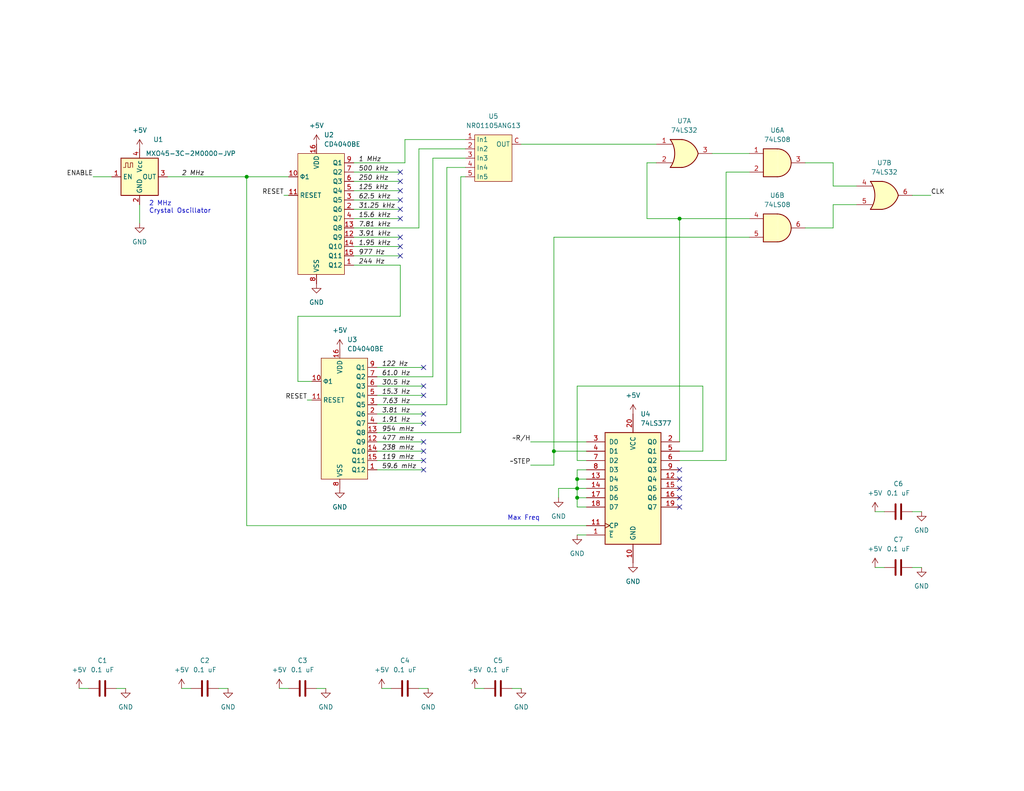
<source format=kicad_sch>
(kicad_sch (version 20211123) (generator eeschema)
  (paper "USLetter")
  (title_block (title "i281 Clock") (date "2023-11-5") (rev "A") (company "sdmay24-14"))
  (lib_symbols
    (symbol "74xx:74LS08" (pin_names (offset 1.016))
      (property "Reference" "U" (at 0 1.27 0))
      (property "Value" "74LS08" (at 0 -1.27 0))
      (symbol "74LS08_1_1"
        (arc (start 0 -3.81) (mid 3.81 0) (end 0 3.81) (stroke (width 0.254)) (fill (type background)))
        (polyline (pts (xy 0 3.81) (xy -3.81 3.81) (xy -3.81 -3.81) (xy 0 -3.81)) (stroke (width 0.254)) (fill (type background)))
        (pin input line (at -7.62 2.54 0) (length 3.81) (name "~") (number "1"))
        (pin input line (at -7.62 -2.54 0) (length 3.81) (name "~") (number "2"))
        (pin output line (at 7.62 0 180) (length 3.81) (name "~") (number "3"))
      )
      (symbol "74LS08_1_2"
        (arc (start -3.81 -3.81) (mid -2.589 0) (end -3.81 3.81) (stroke (width 0.254)))
        (arc (start -0.6096 -3.81) (mid 2.1842 -2.5851) (end 3.81 0) (stroke (width 0.254)) (fill (type background)))
        (polyline (pts (xy -3.81 -3.81) (xy -0.635 -3.81)) (stroke (width 0.254)) (fill (type background)))
        (polyline (pts (xy -3.81 3.81) (xy -0.635 3.81)) (stroke (width 0.254)) (fill (type background)))
        (polyline (pts (xy -0.635 3.81) (xy -3.81 3.81) (xy -3.81 3.81) (xy -3.556 3.4036) (xy -3.0226 2.2606) (xy -2.6924 1.0414) (xy -2.6162 -0.254) (xy -2.7686 -1.4986) (xy -3.175 -2.7178) (xy -3.81 -3.81) (xy -3.81 -3.81) (xy -0.635 -3.81)) (stroke (width -25.4)) (fill (type background)))
        (arc (start 3.81 0) (mid 2.1915 2.5936) (end -0.6096 3.81) (stroke (width 0.254)) (fill (type background)))
        (pin input inverted (at -7.62 2.54 0) (length 4.318) (name "~") (number "1"))
        (pin input inverted (at -7.62 -2.54 0) (length 4.318) (name "~") (number "2"))
        (pin output inverted (at 7.62 0 180) (length 3.81) (name "~") (number "3"))
      )
      (symbol "74LS08_2_1"
        (arc (start 0 -3.81) (mid 3.81 0) (end 0 3.81) (stroke (width 0.254)) (fill (type background)))
        (polyline (pts (xy 0 3.81) (xy -3.81 3.81) (xy -3.81 -3.81) (xy 0 -3.81)) (stroke (width 0.254)) (fill (type background)))
        (pin input line (at -7.62 2.54 0) (length 3.81) (name "~") (number "4"))
        (pin input line (at -7.62 -2.54 0) (length 3.81) (name "~") (number "5"))
        (pin output line (at 7.62 0 180) (length 3.81) (name "~") (number "6"))
      )
      (symbol "74LS08_2_2"
        (arc (start -3.81 -3.81) (mid -2.589 0) (end -3.81 3.81) (stroke (width 0.254)))
        (arc (start -0.6096 -3.81) (mid 2.1842 -2.5851) (end 3.81 0) (stroke (width 0.254)) (fill (type background)))
        (polyline (pts (xy -3.81 -3.81) (xy -0.635 -3.81)) (stroke (width 0.254)) (fill (type background)))
        (polyline (pts (xy -3.81 3.81) (xy -0.635 3.81)) (stroke (width 0.254)) (fill (type background)))
        (polyline (pts (xy -0.635 3.81) (xy -3.81 3.81) (xy -3.81 3.81) (xy -3.556 3.4036) (xy -3.0226 2.2606) (xy -2.6924 1.0414) (xy -2.6162 -0.254) (xy -2.7686 -1.4986) (xy -3.175 -2.7178) (xy -3.81 -3.81) (xy -3.81 -3.81) (xy -0.635 -3.81)) (stroke (width -25.4)) (fill (type background)))
        (arc (start 3.81 0) (mid 2.1915 2.5936) (end -0.6096 3.81) (stroke (width 0.254)) (fill (type background)))
        (pin input inverted (at -7.62 2.54 0) (length 4.318) (name "~") (number "4"))
        (pin input inverted (at -7.62 -2.54 0) (length 4.318) (name "~") (number "5"))
        (pin output inverted (at 7.62 0 180) (length 3.81) (name "~") (number "6"))
      )
      (symbol "74LS08_3_1"
        (arc (start 0 -3.81) (mid 3.81 0) (end 0 3.81) (stroke (width 0.254)) (fill (type background)))
        (polyline (pts (xy 0 3.81) (xy -3.81 3.81) (xy -3.81 -3.81) (xy 0 -3.81)) (stroke (width 0.254)) (fill (type background)))
        (pin input line (at -7.62 -2.54 0) (length 3.81) (name "~") (number "10"))
        (pin output line (at 7.62 0 180) (length 3.81) (name "~") (number "8"))
        (pin input line (at -7.62 2.54 0) (length 3.81) (name "~") (number "9"))
      )
      (symbol "74LS08_3_2"
        (arc (start -3.81 -3.81) (mid -2.589 0) (end -3.81 3.81) (stroke (width 0.254)))
        (arc (start -0.6096 -3.81) (mid 2.1842 -2.5851) (end 3.81 0) (stroke (width 0.254)) (fill (type background)))
        (polyline (pts (xy -3.81 -3.81) (xy -0.635 -3.81)) (stroke (width 0.254)) (fill (type background)))
        (polyline (pts (xy -3.81 3.81) (xy -0.635 3.81)) (stroke (width 0.254)) (fill (type background)))
        (polyline (pts (xy -0.635 3.81) (xy -3.81 3.81) (xy -3.81 3.81) (xy -3.556 3.4036) (xy -3.0226 2.2606) (xy -2.6924 1.0414) (xy -2.6162 -0.254) (xy -2.7686 -1.4986) (xy -3.175 -2.7178) (xy -3.81 -3.81) (xy -3.81 -3.81) (xy -0.635 -3.81)) (stroke (width -25.4)) (fill (type background)))
        (arc (start 3.81 0) (mid 2.1915 2.5936) (end -0.6096 3.81) (stroke (width 0.254)) (fill (type background)))
        (pin input inverted (at -7.62 -2.54 0) (length 4.318) (name "~") (number "10"))
        (pin output inverted (at 7.62 0 180) (length 3.81) (name "~") (number "8"))
        (pin input inverted (at -7.62 2.54 0) (length 4.318) (name "~") (number "9"))
      )
      (symbol "74LS08_4_1"
        (arc (start 0 -3.81) (mid 3.81 0) (end 0 3.81) (stroke (width 0.254)) (fill (type background)))
        (polyline (pts (xy 0 3.81) (xy -3.81 3.81) (xy -3.81 -3.81) (xy 0 -3.81)) (stroke (width 0.254)) (fill (type background)))
        (pin output line (at 7.62 0 180) (length 3.81) (name "~") (number "11"))
        (pin input line (at -7.62 2.54 0) (length 3.81) (name "~") (number "12"))
        (pin input line (at -7.62 -2.54 0) (length 3.81) (name "~") (number "13"))
      )
      (symbol "74LS08_4_2"
        (arc (start -3.81 -3.81) (mid -2.589 0) (end -3.81 3.81) (stroke (width 0.254)))
        (arc (start -0.6096 -3.81) (mid 2.1842 -2.5851) (end 3.81 0) (stroke (width 0.254)) (fill (type background)))
        (polyline (pts (xy -3.81 -3.81) (xy -0.635 -3.81)) (stroke (width 0.254)) (fill (type background)))
        (polyline (pts (xy -3.81 3.81) (xy -0.635 3.81)) (stroke (width 0.254)) (fill (type background)))
        (polyline (pts (xy -0.635 3.81) (xy -3.81 3.81) (xy -3.81 3.81) (xy -3.556 3.4036) (xy -3.0226 2.2606) (xy -2.6924 1.0414) (xy -2.6162 -0.254) (xy -2.7686 -1.4986) (xy -3.175 -2.7178) (xy -3.81 -3.81) (xy -3.81 -3.81) (xy -0.635 -3.81)) (stroke (width -25.4)) (fill (type background)))
        (arc (start 3.81 0) (mid 2.1915 2.5936) (end -0.6096 3.81) (stroke (width 0.254)) (fill (type background)))
        (pin output inverted (at 7.62 0 180) (length 3.81) (name "~") (number "11"))
        (pin input inverted (at -7.62 2.54 0) (length 4.318) (name "~") (number "12"))
        (pin input inverted (at -7.62 -2.54 0) (length 4.318) (name "~") (number "13"))
      )
      (symbol "74LS08_5_0"
        (pin power_in line (at 0 12.7 270) (length 5.08) (name "VCC") (number "14"))
        (pin power_in line (at 0 -12.7 90) (length 5.08) (name "GND") (number "7"))
      )
      (symbol "74LS08_5_1"
        (rectangle (start -5.08 7.62) (end 5.08 -7.62) (stroke (width 0.254)) (fill (type background)))
      )
    )
    (symbol "74xx:74LS32" (pin_names (offset 1.016))
      (property "Reference" "U" (at 0 1.27 0))
      (property "Value" "74LS32" (at 0 -1.27 0))
      (symbol "74LS32_1_1"
        (arc (start -3.81 -3.81) (mid -2.589 0) (end -3.81 3.81) (stroke (width 0.254)))
        (arc (start -0.6096 -3.81) (mid 2.1842 -2.5851) (end 3.81 0) (stroke (width 0.254)) (fill (type background)))
        (polyline (pts (xy -3.81 -3.81) (xy -0.635 -3.81)) (stroke (width 0.254)) (fill (type background)))
        (polyline (pts (xy -3.81 3.81) (xy -0.635 3.81)) (stroke (width 0.254)) (fill (type background)))
        (polyline (pts (xy -0.635 3.81) (xy -3.81 3.81) (xy -3.81 3.81) (xy -3.556 3.4036) (xy -3.0226 2.2606) (xy -2.6924 1.0414) (xy -2.6162 -0.254) (xy -2.7686 -1.4986) (xy -3.175 -2.7178) (xy -3.81 -3.81) (xy -3.81 -3.81) (xy -0.635 -3.81)) (stroke (width -25.4)) (fill (type background)))
        (arc (start 3.81 0) (mid 2.1915 2.5936) (end -0.6096 3.81) (stroke (width 0.254)) (fill (type background)))
        (pin input line (at -7.62 2.54 0) (length 4.318) (name "~") (number "1"))
        (pin input line (at -7.62 -2.54 0) (length 4.318) (name "~") (number "2"))
        (pin output line (at 7.62 0 180) (length 3.81) (name "~") (number "3"))
      )
      (symbol "74LS32_1_2"
        (arc (start 0 -3.81) (mid 3.81 0) (end 0 3.81) (stroke (width 0.254)) (fill (type background)))
        (polyline (pts (xy 0 3.81) (xy -3.81 3.81) (xy -3.81 -3.81) (xy 0 -3.81)) (stroke (width 0.254)) (fill (type background)))
        (pin input inverted (at -7.62 2.54 0) (length 3.81) (name "~") (number "1"))
        (pin input inverted (at -7.62 -2.54 0) (length 3.81) (name "~") (number "2"))
        (pin output inverted (at 7.62 0 180) (length 3.81) (name "~") (number "3"))
      )
      (symbol "74LS32_2_1"
        (arc (start -3.81 -3.81) (mid -2.589 0) (end -3.81 3.81) (stroke (width 0.254)))
        (arc (start -0.6096 -3.81) (mid 2.1842 -2.5851) (end 3.81 0) (stroke (width 0.254)) (fill (type background)))
        (polyline (pts (xy -3.81 -3.81) (xy -0.635 -3.81)) (stroke (width 0.254)) (fill (type background)))
        (polyline (pts (xy -3.81 3.81) (xy -0.635 3.81)) (stroke (width 0.254)) (fill (type background)))
        (polyline (pts (xy -0.635 3.81) (xy -3.81 3.81) (xy -3.81 3.81) (xy -3.556 3.4036) (xy -3.0226 2.2606) (xy -2.6924 1.0414) (xy -2.6162 -0.254) (xy -2.7686 -1.4986) (xy -3.175 -2.7178) (xy -3.81 -3.81) (xy -3.81 -3.81) (xy -0.635 -3.81)) (stroke (width -25.4)) (fill (type background)))
        (arc (start 3.81 0) (mid 2.1915 2.5936) (end -0.6096 3.81) (stroke (width 0.254)) (fill (type background)))
        (pin input line (at -7.62 2.54 0) (length 4.318) (name "~") (number "4"))
        (pin input line (at -7.62 -2.54 0) (length 4.318) (name "~") (number "5"))
        (pin output line (at 7.62 0 180) (length 3.81) (name "~") (number "6"))
      )
      (symbol "74LS32_2_2"
        (arc (start 0 -3.81) (mid 3.81 0) (end 0 3.81) (stroke (width 0.254)) (fill (type background)))
        (polyline (pts (xy 0 3.81) (xy -3.81 3.81) (xy -3.81 -3.81) (xy 0 -3.81)) (stroke (width 0.254)) (fill (type background)))
        (pin input inverted (at -7.62 2.54 0) (length 3.81) (name "~") (number "4"))
        (pin input inverted (at -7.62 -2.54 0) (length 3.81) (name "~") (number "5"))
        (pin output inverted (at 7.62 0 180) (length 3.81) (name "~") (number "6"))
      )
      (symbol "74LS32_3_1"
        (arc (start -3.81 -3.81) (mid -2.589 0) (end -3.81 3.81) (stroke (width 0.254)))
        (arc (start -0.6096 -3.81) (mid 2.1842 -2.5851) (end 3.81 0) (stroke (width 0.254)) (fill (type background)))
        (polyline (pts (xy -3.81 -3.81) (xy -0.635 -3.81)) (stroke (width 0.254)) (fill (type background)))
        (polyline (pts (xy -3.81 3.81) (xy -0.635 3.81)) (stroke (width 0.254)) (fill (type background)))
        (polyline (pts (xy -0.635 3.81) (xy -3.81 3.81) (xy -3.81 3.81) (xy -3.556 3.4036) (xy -3.0226 2.2606) (xy -2.6924 1.0414) (xy -2.6162 -0.254) (xy -2.7686 -1.4986) (xy -3.175 -2.7178) (xy -3.81 -3.81) (xy -3.81 -3.81) (xy -0.635 -3.81)) (stroke (width -25.4)) (fill (type background)))
        (arc (start 3.81 0) (mid 2.1915 2.5936) (end -0.6096 3.81) (stroke (width 0.254)) (fill (type background)))
        (pin input line (at -7.62 -2.54 0) (length 4.318) (name "~") (number "10"))
        (pin output line (at 7.62 0 180) (length 3.81) (name "~") (number "8"))
        (pin input line (at -7.62 2.54 0) (length 4.318) (name "~") (number "9"))
      )
      (symbol "74LS32_3_2"
        (arc (start 0 -3.81) (mid 3.81 0) (end 0 3.81) (stroke (width 0.254)) (fill (type background)))
        (polyline (pts (xy 0 3.81) (xy -3.81 3.81) (xy -3.81 -3.81) (xy 0 -3.81)) (stroke (width 0.254)) (fill (type background)))
        (pin input inverted (at -7.62 -2.54 0) (length 3.81) (name "~") (number "10"))
        (pin output inverted (at 7.62 0 180) (length 3.81) (name "~") (number "8"))
        (pin input inverted (at -7.62 2.54 0) (length 3.81) (name "~") (number "9"))
      )
      (symbol "74LS32_4_1"
        (arc (start -3.81 -3.81) (mid -2.589 0) (end -3.81 3.81) (stroke (width 0.254)))
        (arc (start -0.6096 -3.81) (mid 2.1842 -2.5851) (end 3.81 0) (stroke (width 0.254)) (fill (type background)))
        (polyline (pts (xy -3.81 -3.81) (xy -0.635 -3.81)) (stroke (width 0.254)) (fill (type background)))
        (polyline (pts (xy -3.81 3.81) (xy -0.635 3.81)) (stroke (width 0.254)) (fill (type background)))
        (polyline (pts (xy -0.635 3.81) (xy -3.81 3.81) (xy -3.81 3.81) (xy -3.556 3.4036) (xy -3.0226 2.2606) (xy -2.6924 1.0414) (xy -2.6162 -0.254) (xy -2.7686 -1.4986) (xy -3.175 -2.7178) (xy -3.81 -3.81) (xy -3.81 -3.81) (xy -0.635 -3.81)) (stroke (width -25.4)) (fill (type background)))
        (arc (start 3.81 0) (mid 2.1915 2.5936) (end -0.6096 3.81) (stroke (width 0.254)) (fill (type background)))
        (pin output line (at 7.62 0 180) (length 3.81) (name "~") (number "11"))
        (pin input line (at -7.62 2.54 0) (length 4.318) (name "~") (number "12"))
        (pin input line (at -7.62 -2.54 0) (length 4.318) (name "~") (number "13"))
      )
      (symbol "74LS32_4_2"
        (arc (start 0 -3.81) (mid 3.81 0) (end 0 3.81) (stroke (width 0.254)) (fill (type background)))
        (polyline (pts (xy 0 3.81) (xy -3.81 3.81) (xy -3.81 -3.81) (xy 0 -3.81)) (stroke (width 0.254)) (fill (type background)))
        (pin output inverted (at 7.62 0 180) (length 3.81) (name "~") (number "11"))
        (pin input inverted (at -7.62 2.54 0) (length 3.81) (name "~") (number "12"))
        (pin input inverted (at -7.62 -2.54 0) (length 3.81) (name "~") (number "13"))
      )
      (symbol "74LS32_5_0"
        (pin power_in line (at 0 12.7 270) (length 5.08) (name "VCC") (number "14"))
        (pin power_in line (at 0 -12.7 90) (length 5.08) (name "GND") (number "7"))
      )
      (symbol "74LS32_5_1"
        (rectangle (start -5.08 7.62) (end 5.08 -7.62) (stroke (width 0.254)) (fill (type background)))
      )
    )
    (symbol "74xx:74LS377" (pin_names (offset 1.016))
      (property "Reference" "U" (at -7.62 16.51 0))
      (property "Value" "74LS377" (at -7.62 -16.51 0))
      (symbol "74LS377_1_0"
        (pin input line (at -12.7 -12.7 0) (length 5.08) (name "~{E}") (number "1"))
        (pin power_in line (at 0 -20.32 90) (length 5.08) (name "GND") (number "10"))
        (pin input clock (at -12.7 -10.16 0) (length 5.08) (name "CP") (number "11"))
        (pin output line (at 12.7 2.54 180) (length 5.08) (name "Q4") (number "12"))
        (pin input line (at -12.7 2.54 0) (length 5.08) (name "D4") (number "13"))
        (pin input line (at -12.7 0 0) (length 5.08) (name "D5") (number "14"))
        (pin output line (at 12.7 0 180) (length 5.08) (name "Q5") (number "15"))
        (pin output line (at 12.7 -2.54 180) (length 5.08) (name "Q6") (number "16"))
        (pin input line (at -12.7 -2.54 0) (length 5.08) (name "D6") (number "17"))
        (pin input line (at -12.7 -5.08 0) (length 5.08) (name "D7") (number "18"))
        (pin output line (at 12.7 -5.08 180) (length 5.08) (name "Q7") (number "19"))
        (pin output line (at 12.7 12.7 180) (length 5.08) (name "Q0") (number "2"))
        (pin power_in line (at 0 20.32 270) (length 5.08) (name "VCC") (number "20"))
        (pin input line (at -12.7 12.7 0) (length 5.08) (name "D0") (number "3"))
        (pin input line (at -12.7 10.16 0) (length 5.08) (name "D1") (number "4"))
        (pin output line (at 12.7 10.16 180) (length 5.08) (name "Q1") (number "5"))
        (pin output line (at 12.7 7.62 180) (length 5.08) (name "Q2") (number "6"))
        (pin input line (at -12.7 7.62 0) (length 5.08) (name "D2") (number "7"))
        (pin input line (at -12.7 5.08 0) (length 5.08) (name "D3") (number "8"))
        (pin output line (at 12.7 5.08 180) (length 5.08) (name "Q3") (number "9"))
      )
      (symbol "74LS377_1_1"
        (rectangle (start -7.62 15.24) (end 7.62 -15.24) (stroke (width 0.254)) (fill (type background)))
      )
    )
    (symbol "Crystal_Oscillator:1_MHz_Crystal_Oscillator"
      (property "Reference" "U" (at 3.81 -6.35 0))
      (property "Value" "1_MHz_Crystal_Oscillator" (at 12.7 6.35 0))
      (symbol "1_MHz_Crystal_Oscillator_0_1"
        (rectangle (start -5.08 5.08) (end 5.08 -5.08) (stroke (width 0.254)) (fill (type background)))
        (polyline (pts (xy -4.445 2.54) (xy -3.81 2.54) (xy -3.81 3.81) (xy -3.175 3.81) (xy -3.175 2.54) (xy -2.54 2.54) (xy -2.54 3.81) (xy -1.905 3.81) (xy -1.905 2.54)))
      )
      (symbol "1_MHz_Crystal_Oscillator_1_1"
        (pin input line (at -7.62 0 0) (length 2.54) (name "EN") (number "1"))
        (pin power_in line (at 0 -7.62 90) (length 2.54) (name "GND") (number "2"))
        (pin output line (at 7.62 0 180) (length 2.54) (name "OUT") (number "3"))
        (pin power_in line (at 0 7.62 270) (length 2.54) (name "Vcc") (number "4"))
      )
    )
    (symbol "Crystal_Oscillator:CD4040BE"
      (property "Reference" "U" (at 5.08 10.16 0))
      (property "Value" "CD4040BE" (at 6.35 7.62 0))
      (symbol "CD4040BE_0_1"
        (rectangle (start -5.08 6.35) (end 7.62 -26.67) (fill (type background)))
      )
      (symbol "CD4040BE_1_1"
        (pin input line (at 10.16 -24.13 180) (length 2.54) (name "Q12") (number "1"))
        (pin input line (at -7.62 0 0) (length 2.54) (name "Φ1") (number "10"))
        (pin input line (at -7.62 -5.08 0) (length 2.54) (name "RESET") (number "11"))
        (pin input line (at 10.16 -16.51 180) (length 2.54) (name "Q9") (number "12"))
        (pin input line (at 10.16 -13.97 180) (length 2.54) (name "Q8") (number "13"))
        (pin input line (at 10.16 -19.05 180) (length 2.54) (name "Q10") (number "14"))
        (pin input line (at 10.16 -21.59 180) (length 2.54) (name "Q11") (number "15"))
        (pin power_in line (at 0 8.89 270) (length 2.54) (name "VDD") (number "16"))
        (pin input line (at 10.16 -8.89 180) (length 2.54) (name "Q6") (number "2"))
        (pin input line (at 10.16 -6.35 180) (length 2.54) (name "Q5") (number "3"))
        (pin input line (at 10.16 -11.43 180) (length 2.54) (name "Q7") (number "4"))
        (pin input line (at 10.16 -3.81 180) (length 2.54) (name "Q4") (number "5"))
        (pin input line (at 10.16 -1.27 180) (length 2.54) (name "Q3") (number "6"))
        (pin input line (at 10.16 1.27 180) (length 2.54) (name "Q2") (number "7"))
        (pin power_in line (at 0 -29.21 90) (length 2.54) (name "VSS") (number "8"))
        (pin input line (at 10.16 3.81 180) (length 2.54) (name "Q1") (number "9"))
      )
    )
    (symbol "Crystal_Oscillator:NR01105ANG13"
      (property "Reference" "U" (at -2.54 7.62 0))
      (property "Value" "NR01105ANG13" (at 1.27 5.08 0))
      (symbol "NR01105ANG13_0_1"
        (rectangle (start -5.08 3.81) (end 5.08 -8.89) (fill (type background)))
      )
      (symbol "NR01105ANG13_1_1"
        (pin input line (at -7.62 2.54 0) (length 2.54) (name "In1") (number "1"))
        (pin input line (at -7.62 0 0) (length 2.54) (name "In2") (number "2"))
        (pin input line (at -7.62 -2.54 0) (length 2.54) (name "In3") (number "3"))
        (pin input line (at -7.62 -5.08 0) (length 2.54) (name "In4") (number "4"))
        (pin input line (at -7.62 -7.62 0) (length 2.54) (name "In5") (number "5"))
        (pin output line (at 7.62 1.27 180) (length 2.54) (name "OUT") (number "C"))
      )
    )
    (symbol "Device:C" (pin_numbers hide) (pin_names (offset 0.254))
      (property "Reference" "C" (at 0.635 2.54 0))
      (property "Value" "C" (at 0.635 -2.54 0))
      (symbol "C_0_1"
        (polyline (pts (xy -2.032 -0.762) (xy 2.032 -0.762)) (stroke (width 0.508)))
        (polyline (pts (xy -2.032 0.762) (xy 2.032 0.762)) (stroke (width 0.508)))
      )
      (symbol "C_1_1"
        (pin passive line (at 0 3.81 270) (length 2.794) (name "~") (number "1"))
        (pin passive line (at 0 -3.81 90) (length 2.794) (name "~") (number "2"))
      )
    )
    (symbol "power:+5V" (power) (pin_names (offset 0))
      (property "Value" "+5V" (at 0 3.556 0))
      (symbol "+5V_0_1"
        (polyline (pts (xy -0.762 1.27) (xy 0 2.54)))
        (polyline (pts (xy 0 0) (xy 0 2.54)))
        (polyline (pts (xy 0 2.54) (xy 0.762 1.27)))
      )
      (symbol "+5V_1_1"
        (pin power_in line (at 0 0 90) (length 0) hide (name "+5V") (number "1"))
      )
    )
    (symbol "power:GND" (power) (pin_names (offset 0))
      (property "Value" "GND" (at 0 -3.81 0))
      (symbol "GND_0_1"
        (polyline (pts (xy 0 0) (xy 0 -1.27) (xy 1.27 -1.27) (xy 0 -2.54) (xy -1.27 -1.27) (xy 0 -1.27)))
      )
      (symbol "GND_1_1"
        (pin power_in line (at 0 0 270) (length 0) hide (name "GND") (number "1"))
      )
    )
  )
  (junction (at 185.42 59.69))
  (junction (at 151.13 123.19))
  (junction (at 67.31 48.26))
  (junction (at 157.48 130.81))
  (junction (at 157.48 135.89))
  (junction (at 157.48 133.35))
  (no_connect (at 115.57 120.65))
  (no_connect (at 109.22 52.07))
  (no_connect (at 109.22 46.99))
  (no_connect (at 115.57 100.33))
  (no_connect (at 115.57 115.57))
  (no_connect (at 109.22 54.61))
  (no_connect (at 109.22 49.53))
  (no_connect (at 185.42 130.81))
  (no_connect (at 185.42 138.43))
  (no_connect (at 109.22 69.85))
  (no_connect (at 109.22 57.15))
  (no_connect (at 185.42 133.35))
  (no_connect (at 115.57 107.95))
  (no_connect (at 109.22 67.31))
  (no_connect (at 185.42 128.27))
  (no_connect (at 109.22 59.69))
  (no_connect (at 115.57 125.73))
  (no_connect (at 185.42 135.89))
  (no_connect (at 115.57 113.03))
  (no_connect (at 115.57 123.19))
  (no_connect (at 109.22 64.77))
  (no_connect (at 115.57 105.41))
  (no_connect (at 115.57 128.27))
  (wire (pts (xy 227.33 62.23) (xy 227.33 55.88)))
  (wire (pts (xy 25.4 48.26) (xy 30.48 48.26)))
  (wire (pts (xy 139.7 187.96) (xy 142.24 187.96)))
  (wire (pts (xy 227.33 55.88) (xy 233.68 55.88)))
  (wire (pts (xy 176.53 59.69) (xy 176.53 44.45)))
  (wire (pts (xy 157.48 135.89) (xy 157.48 133.35)))
  (wire (pts (xy 104.14 187.96) (xy 106.68 187.96)))
  (wire (pts (xy 152.4 135.89) (xy 152.4 133.35)))
  (wire (pts (xy 96.52 49.53) (xy 109.22 49.53)))
  (wire (pts (xy 121.92 110.49) (xy 121.92 45.72)))
  (wire (pts (xy 179.07 44.45) (xy 176.53 44.45)))
  (wire (pts (xy 157.48 133.35) (xy 160.02 133.35)))
  (wire (pts (xy 151.13 64.77) (xy 151.13 123.19)))
  (wire (pts (xy 96.52 62.23) (xy 114.3 62.23)))
  (wire (pts (xy 185.42 59.69) (xy 185.42 120.65)))
  (wire (pts (xy 142.24 39.37) (xy 179.07 39.37)))
  (wire (pts (xy 102.87 128.27) (xy 115.57 128.27)))
  (wire (pts (xy 151.13 64.77) (xy 204.47 64.77)))
  (wire (pts (xy 81.28 86.36) (xy 81.28 104.14)))
  (wire (pts (xy 152.4 133.35) (xy 157.48 133.35)))
  (wire (pts (xy 96.52 44.45) (xy 110.49 44.45)))
  (wire (pts (xy 125.73 118.11) (xy 125.73 48.26)))
  (wire (pts (xy 96.52 52.07) (xy 109.22 52.07)))
  (wire (pts (xy 157.48 105.41) (xy 191.77 105.41)))
  (wire (pts (xy 102.87 118.11) (xy 125.73 118.11)))
  (wire (pts (xy 194.31 41.91) (xy 204.47 41.91)))
  (wire (pts (xy 102.87 107.95) (xy 115.57 107.95)))
  (wire (pts (xy 102.87 105.41) (xy 115.57 105.41)))
  (wire (pts (xy 144.78 120.65) (xy 160.02 120.65)))
  (wire (pts (xy 102.87 123.19) (xy 115.57 123.19)))
  (wire (pts (xy 219.71 44.45) (xy 227.33 44.45)))
  (wire (pts (xy 59.69 187.96) (xy 62.23 187.96)))
  (wire (pts (xy 110.49 38.1) (xy 127 38.1)))
  (wire (pts (xy 114.3 40.64) (xy 127 40.64)))
  (wire (pts (xy 157.48 128.27) (xy 160.02 128.27)))
  (wire (pts (xy 238.76 154.94) (xy 241.3 154.94)))
  (wire (pts (xy 76.2 187.96) (xy 78.74 187.96)))
  (wire (pts (xy 160.02 143.51) (xy 67.31 143.51)))
  (wire (pts (xy 102.87 110.49) (xy 121.92 110.49)))
  (wire (pts (xy 185.42 125.73) (xy 198.12 125.73)))
  (wire (pts (xy 157.48 125.73) (xy 160.02 125.73)))
  (wire (pts (xy 45.72 48.26) (xy 67.31 48.26)))
  (wire (pts (xy 96.52 59.69) (xy 109.22 59.69)))
  (wire (pts (xy 114.3 187.96) (xy 116.84 187.96)))
  (wire (pts (xy 151.13 127) (xy 151.13 123.19)))
  (wire (pts (xy 102.87 113.03) (xy 115.57 113.03)))
  (wire (pts (xy 227.33 50.8) (xy 227.33 44.45)))
  (wire (pts (xy 151.13 123.19) (xy 160.02 123.19)))
  (wire (pts (xy 77.47 53.34) (xy 78.74 53.34)))
  (wire (pts (xy 233.68 50.8) (xy 227.33 50.8)))
  (wire (pts (xy 185.42 59.69) (xy 176.53 59.69)))
  (wire (pts (xy 67.31 48.26) (xy 78.74 48.26)))
  (wire (pts (xy 248.92 139.7) (xy 251.46 139.7)))
  (wire (pts (xy 110.49 44.45) (xy 110.49 38.1)))
  (wire (pts (xy 248.92 53.34) (xy 254 53.34)))
  (wire (pts (xy 144.78 127) (xy 151.13 127)))
  (wire (pts (xy 96.52 69.85) (xy 109.22 69.85)))
  (wire (pts (xy 31.75 187.96) (xy 34.29 187.96)))
  (wire (pts (xy 109.22 72.39) (xy 109.22 86.36)))
  (wire (pts (xy 96.52 67.31) (xy 109.22 67.31)))
  (wire (pts (xy 118.11 102.87) (xy 118.11 43.18)))
  (wire (pts (xy 157.48 138.43) (xy 160.02 138.43)))
  (wire (pts (xy 83.82 109.22) (xy 85.09 109.22)))
  (wire (pts (xy 38.1 55.88) (xy 38.1 60.96)))
  (wire (pts (xy 102.87 100.33) (xy 115.57 100.33)))
  (wire (pts (xy 198.12 46.99) (xy 204.47 46.99)))
  (wire (pts (xy 96.52 46.99) (xy 109.22 46.99)))
  (wire (pts (xy 96.52 57.15) (xy 109.22 57.15)))
  (wire (pts (xy 86.36 187.96) (xy 88.9 187.96)))
  (wire (pts (xy 238.76 139.7) (xy 241.3 139.7)))
  (wire (pts (xy 109.22 86.36) (xy 81.28 86.36)))
  (wire (pts (xy 198.12 125.73) (xy 198.12 46.99)))
  (wire (pts (xy 191.77 105.41) (xy 191.77 123.19)))
  (wire (pts (xy 96.52 64.77) (xy 109.22 64.77)))
  (wire (pts (xy 102.87 125.73) (xy 115.57 125.73)))
  (wire (pts (xy 96.52 72.39) (xy 109.22 72.39)))
  (wire (pts (xy 248.92 154.94) (xy 251.46 154.94)))
  (wire (pts (xy 157.48 146.05) (xy 160.02 146.05)))
  (wire (pts (xy 129.54 187.96) (xy 132.08 187.96)))
  (wire (pts (xy 118.11 43.18) (xy 127 43.18)))
  (wire (pts (xy 185.42 59.69) (xy 204.47 59.69)))
  (wire (pts (xy 125.73 48.26) (xy 127 48.26)))
  (wire (pts (xy 191.77 123.19) (xy 185.42 123.19)))
  (wire (pts (xy 21.59 187.96) (xy 24.13 187.96)))
  (wire (pts (xy 219.71 62.23) (xy 227.33 62.23)))
  (wire (pts (xy 114.3 40.64) (xy 114.3 62.23)))
  (wire (pts (xy 157.48 138.43) (xy 157.48 135.89)))
  (wire (pts (xy 157.48 135.89) (xy 160.02 135.89)))
  (wire (pts (xy 102.87 102.87) (xy 118.11 102.87)))
  (wire (pts (xy 121.92 45.72) (xy 127 45.72)))
  (wire (pts (xy 157.48 133.35) (xy 157.48 130.81)))
  (wire (pts (xy 102.87 115.57) (xy 115.57 115.57)))
  (wire (pts (xy 157.48 130.81) (xy 160.02 130.81)))
  (wire (pts (xy 96.52 54.61) (xy 109.22 54.61)))
  (wire (pts (xy 49.53 187.96) (xy 52.07 187.96)))
  (wire (pts (xy 81.28 104.14) (xy 85.09 104.14)))
  (wire (pts (xy 67.31 48.26) (xy 67.31 143.51)))
  (wire (pts (xy 157.48 125.73) (xy 157.48 105.41)))
  (wire (pts (xy 102.87 120.65) (xy 115.57 120.65)))
  (wire (pts (xy 157.48 130.81) (xy 157.48 128.27)))
  (text "2 MHz \nCrystal Oscillator" (at 40.64 58.42 0) (effects (font (size 1.27 1.27)) (justify left bottom)))
  (text "Max Freq\n" (at 138.43 142.24 0) (effects (font (size 1.27 1.27)) (justify left bottom)))
  (label "125 kHz" (at 97.79 52.07 0) (effects (font italic)))
  (label "62.5 kHz" (at 97.79 54.61 0) (effects (font italic)))
  (label "~STEP" (at 144.78 127 180))
  (label "1.95 kHz" (at 97.79 67.31 0) (effects (font italic)))
  (label "15.6 kHz" (at 97.79 59.69 0) (effects (font italic)))
  (label "2 MHz" (at 49.53 48.26 0) (effects (font italic)))
  (label "30.5 Hz" (at 104.14 105.41 0) (effects (font italic)))
  (label "250 kHz" (at 97.79 49.53 0) (effects (font italic)))
  (label "RESET" (at 83.82 109.22 180))
  (label "238 mHz" (at 104.14 123.19 0) (effects (font italic)))
  (label "122 Hz" (at 104.14 100.33 0) (effects (font italic)))
  (label "1.91 Hz" (at 104.14 115.57 0) (effects (font italic)))
  (label "7.81 kHz" (at 97.79 62.23 0) (effects (font italic)))
  (label "977 Hz" (at 97.79 69.85 0) (effects (font italic)))
  (label "119 mHz" (at 104.14 125.73 0) (effects (font italic)))
  (label "3.81 Hz" (at 104.14 113.03 0) (effects (font italic)))
  (label "CLK" (at 254 53.34 0))
  (label "500 kHz" (at 97.79 46.99 0) (effects (font italic)))
  (label "477 mHz" (at 104.14 120.65 0) (effects (font italic)))
  (label "RESET" (at 77.47 53.34 180))
  (label "61.0 Hz" (at 104.14 102.87 0) (effects (font italic)))
  (label "~R{slash}H" (at 144.78 120.65 180))
  (label "31.25 kHz" (at 97.79 57.15 0) (effects (font italic)))
  (label "3.91 kHz" (at 97.79 64.77 0) (effects (font italic)))
  (label "59.6 mHz" (at 104.14 128.27 0) (effects (font italic)))
  (label "15.3 Hz" (at 104.14 107.95 0) (effects (font italic)))
  (label "954 mHz" (at 104.14 118.11 0) (effects (font italic)))
  (label "244 Hz" (at 97.79 72.39 0) (effects (font italic)))
  (label "7.63 Hz" (at 104.14 110.49 0) (effects (font italic)))
  (label "1 MHz" (at 97.79 44.45 0) (effects (font italic)))
  (label "ENABLE" (at 25.4 48.26 180))
  (symbol (lib_id "power:+5V") (at 238.76 154.94 0) (unit 1)
    (property "Reference" "#PWR?" (effects hide))
    (property "Value" "+5V" (at 238.76 149.86 0))
  )
  (symbol (lib_id "power:+5V") (at 129.54 187.96 0) (unit 1)
    (property "Reference" "#PWR?" (effects hide))
    (property "Value" "+5V" (at 129.54 182.88 0))
  )
  (symbol (lib_id "power:+5V") (at 92.71 95.25 0) (unit 1)
    (property "Reference" "#PWR?" (effects hide))
    (property "Value" "+5V" (at 92.71 90.17 0))
  )
  (symbol (lib_id "Crystal_Oscillator:1_MHz_Crystal_Oscillator") (at 38.1 48.26 0) (unit 1)
    (property "Reference" "U1" (at 43.18 38.1 0))
    (property "Value" "MXO45-3C-2M0000-JVP" (at 52.07 41.91 0))
  )
  (symbol (lib_id "power:GND") (at 157.48 146.05 0) (unit 1)
    (property "Reference" "#PWR?" (effects hide))
    (property "Value" "GND" (at 157.48 151.13 0))
  )
  (symbol (lib_id "power:+5V") (at 21.59 187.96 0) (unit 1)
    (property "Reference" "#PWR?" (effects hide))
    (property "Value" "+5V" (at 21.59 182.88 0))
  )
  (symbol (lib_id "power:GND") (at 62.23 187.96 0) (unit 1)
    (property "Reference" "#PWR?" (effects hide))
    (property "Value" "GND" (at 62.23 193.04 0))
  )
  (symbol (lib_id "power:+5V") (at 172.72 113.03 0) (unit 1)
    (property "Reference" "#PWR?" (effects hide))
    (property "Value" "+5V" (at 172.72 107.95 0))
  )
  (symbol (lib_id "Device:C") (at 245.11 154.94 90) (unit 1)
    (property "Reference" "C7" (at 245.11 147.32 90))
    (property "Value" "0.1 uF" (at 245.11 149.86 90))
  )
  (symbol (lib_id "power:+5V") (at 49.53 187.96 0) (unit 1)
    (property "Reference" "#PWR?" (effects hide))
    (property "Value" "+5V" (at 49.53 182.88 0))
  )
  (symbol (lib_id "power:GND") (at 86.36 77.47 0) (unit 1)
    (property "Reference" "#PWR?" (effects hide))
    (property "Value" "GND" (at 86.36 82.55 0))
  )
  (symbol (lib_id "Device:C") (at 135.89 187.96 90) (unit 1)
    (property "Reference" "C5" (at 135.89 180.34 90))
    (property "Value" "0.1 uF" (at 135.89 182.88 90))
  )
  (symbol (lib_id "power:+5V") (at 238.76 139.7 0) (unit 1)
    (property "Reference" "#PWR?" (effects hide))
    (property "Value" "+5V" (at 238.76 134.62 0))
  )
  (symbol (lib_id "power:+5V") (at 76.2 187.96 0) (unit 1)
    (property "Reference" "#PWR?" (effects hide))
    (property "Value" "+5V" (at 76.2 182.88 0))
  )
  (symbol (lib_id "74xx:74LS32") (at 241.3 53.34 0) (unit 2)
    (property "Reference" "U7" (at 241.3 44.45 0))
    (property "Value" "74LS32" (at 241.3 46.99 0))
    (property "Datasheet" "http://www.ti.com/lit/gpn/sn74LS32" (effects hide))
  )
  (symbol (lib_id "power:GND") (at 251.46 154.94 0) (unit 1)
    (property "Reference" "#PWR?" (effects hide))
    (property "Value" "GND" (at 251.46 160.02 0))
  )
  (symbol (lib_id "power:+5V") (at 38.1 40.64 0) (unit 1)
    (property "Reference" "#PWR?" (effects hide))
    (property "Value" "+5V" (at 38.1 35.56 0))
  )
  (symbol (lib_id "Crystal_Oscillator:CD4040BE") (at 92.71 104.14 0) (unit 1)
    (property "Reference" "U3" (at 94.7294 92.71 0) (effects (justify left)))
    (property "Value" "CD4040BE" (at 94.7294 95.25 0) (effects (justify left)))
  )
  (symbol (lib_id "power:GND") (at 172.72 153.67 0) (unit 1)
    (property "Reference" "#PWR?" (effects hide))
    (property "Value" "GND" (at 172.72 158.75 0))
  )
  (symbol (lib_id "74xx:74LS32") (at 186.69 41.91 0) (unit 1)
    (property "Reference" "U7" (at 186.69 33.02 0))
    (property "Value" "74LS32" (at 186.69 35.56 0))
    (property "Datasheet" "http://www.ti.com/lit/gpn/sn74LS32" (effects hide))
  )
  (symbol (lib_id "Device:C") (at 82.55 187.96 90) (unit 1)
    (property "Reference" "C3" (at 82.55 180.34 90))
    (property "Value" "0.1 uF" (at 82.55 182.88 90))
  )
  (symbol (lib_id "74xx:74LS08") (at 212.09 62.23 0) (unit 2)
    (property "Reference" "U6" (at 212.09 53.34 0))
    (property "Value" "74LS08" (at 212.09 55.88 0))
    (property "Datasheet" "http://www.ti.com/lit/gpn/sn74LS08" (effects hide))
  )
  (symbol (lib_id "power:GND") (at 142.24 187.96 0) (unit 1)
    (property "Reference" "#PWR?" (effects hide))
    (property "Value" "GND" (at 142.24 193.04 0))
  )
  (symbol (lib_id "power:GND") (at 251.46 139.7 0) (unit 1)
    (property "Reference" "#PWR?" (effects hide))
    (property "Value" "GND" (at 251.46 144.78 0))
  )
  (symbol (lib_id "power:GND") (at 116.84 187.96 0) (unit 1)
    (property "Reference" "#PWR?" (effects hide))
    (property "Value" "GND" (at 116.84 193.04 0))
  )
  (symbol (lib_id "power:GND") (at 38.1 60.96 0) (unit 1)
    (property "Reference" "#PWR?" (effects hide))
    (property "Value" "GND" (at 38.1 66.04 0))
  )
  (symbol (lib_id "power:GND") (at 88.9 187.96 0) (unit 1)
    (property "Reference" "#PWR?" (effects hide))
    (property "Value" "GND" (at 88.9 193.04 0))
  )
  (symbol (lib_id "power:GND") (at 152.4 135.89 0) (unit 1)
    (property "Reference" "#PWR?" (effects hide))
    (property "Value" "GND" (at 152.4 140.97 0))
  )
  (symbol (lib_id "power:+5V") (at 86.36 39.37 0) (unit 1)
    (property "Reference" "#PWR?" (effects hide))
    (property "Value" "+5V" (at 86.36 34.29 0))
  )
  (symbol (lib_id "Crystal_Oscillator:CD4040BE") (at 86.36 48.26 0) (unit 1)
    (property "Reference" "U2" (at 88.3794 36.83 0) (effects (justify left)))
    (property "Value" "CD4040BE" (at 88.3794 39.37 0) (effects (justify left)))
  )
  (symbol (lib_id "Crystal_Oscillator:NR01105ANG13") (at 134.62 40.64 0) (unit 1)
    (property "Reference" "U5" (at 134.62 31.75 0))
    (property "Value" "NR01105ANG13" (at 134.62 34.29 0))
  )
  (symbol (lib_id "power:GND") (at 92.71 133.35 0) (unit 1)
    (property "Reference" "#PWR?" (effects hide))
    (property "Value" "GND" (at 92.71 138.43 0))
  )
  (symbol (lib_id "power:+5V") (at 104.14 187.96 0) (unit 1)
    (property "Reference" "#PWR?" (effects hide))
    (property "Value" "+5V" (at 104.14 182.88 0))
  )
  (symbol (lib_id "74xx:74LS377") (at 172.72 133.35 0) (unit 1)
    (property "Reference" "U4" (at 174.7394 113.03 0) (effects (justify left)))
    (property "Value" "74LS377" (at 174.7394 115.57 0) (effects (justify left)))
    (property "Datasheet" "http://www.ti.com/lit/gpn/sn74LS377" (effects hide))
  )
  (symbol (lib_id "Device:C") (at 55.88 187.96 90) (unit 1)
    (property "Reference" "C2" (at 55.88 180.34 90))
    (property "Value" "0.1 uF" (at 55.88 182.88 90))
  )
  (symbol (lib_id "Device:C") (at 110.49 187.96 90) (unit 1)
    (property "Reference" "C4" (at 110.49 180.34 90))
    (property "Value" "0.1 uF" (at 110.49 182.88 90))
  )
  (symbol (lib_id "power:GND") (at 34.29 187.96 0) (unit 1)
    (property "Reference" "#PWR?" (effects hide))
    (property "Value" "GND" (at 34.29 193.04 0))
  )
  (symbol (lib_id "Device:C") (at 27.94 187.96 90) (unit 1)
    (property "Reference" "C1" (at 27.94 180.34 90))
    (property "Value" "0.1 uF" (at 27.94 182.88 90))
  )
  (symbol (lib_id "74xx:74LS08") (at 212.09 44.45 0) (unit 1)
    (property "Reference" "U6" (at 212.09 35.56 0))
    (property "Value" "74LS08" (at 212.09 38.1 0))
    (property "Datasheet" "http://www.ti.com/lit/gpn/sn74LS08" (effects hide))
  )
  (symbol (lib_id "Device:C") (at 245.11 139.7 90) (unit 1)
    (property "Reference" "C6" (at 245.11 132.08 90))
    (property "Value" "0.1 uF" (at 245.11 134.62 90))
  )
)
</source>
